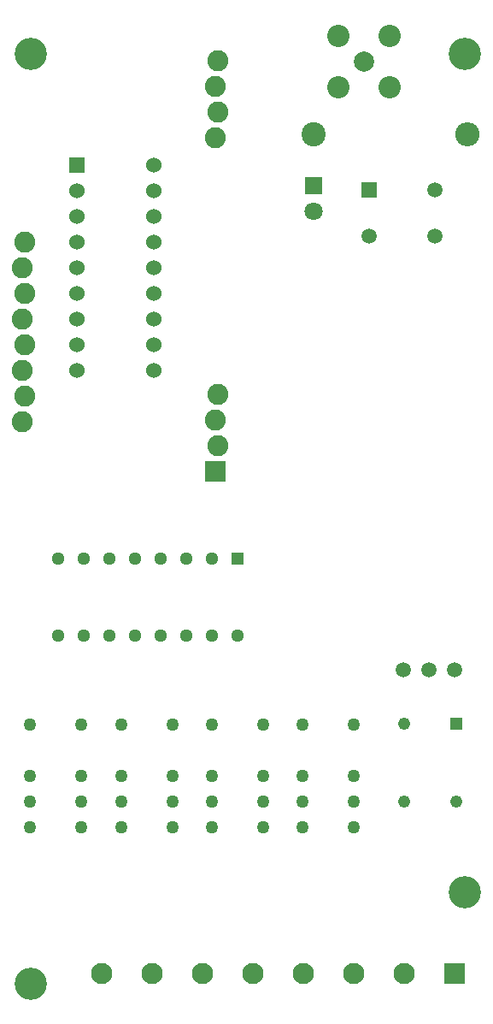
<source format=gbs>
G04 #@! TF.GenerationSoftware,KiCad,Pcbnew,(5.1.7)-1*
G04 #@! TF.CreationDate,2021-01-27T13:10:38-08:00*
G04 #@! TF.ProjectId,rx,72782e6b-6963-4616-945f-706362585858,rev?*
G04 #@! TF.SameCoordinates,Original*
G04 #@! TF.FileFunction,Soldermask,Bot*
G04 #@! TF.FilePolarity,Negative*
%FSLAX46Y46*%
G04 Gerber Fmt 4.6, Leading zero omitted, Abs format (unit mm)*
G04 Created by KiCad (PCBNEW (5.1.7)-1) date 2021-01-27 13:10:38*
%MOMM*%
%LPD*%
G01*
G04 APERTURE LIST*
%ADD10C,3.200000*%
%ADD11C,1.524000*%
%ADD12R,1.524000X1.524000*%
%ADD13R,1.295400X1.295400*%
%ADD14C,1.295400*%
%ADD15C,1.498600*%
%ADD16R,1.498600X1.498600*%
%ADD17C,2.400000*%
%ADD18O,2.400000X2.400000*%
%ADD19C,2.082800*%
%ADD20C,1.270000*%
%ADD21C,2.209800*%
%ADD22C,2.006600*%
%ADD23C,2.100000*%
%ADD24R,2.100000X2.100000*%
%ADD25C,1.210000*%
%ADD26R,1.210000X1.210000*%
%ADD27R,1.800000X1.800000*%
%ADD28C,1.800000*%
G04 APERTURE END LIST*
D10*
X160000000Y-136000000D03*
X117000000Y-145000000D03*
X160000000Y-53000000D03*
X117000000Y-53000000D03*
D11*
X129120000Y-64000000D03*
X129120000Y-66540000D03*
X129120000Y-69080000D03*
X129120000Y-71620000D03*
X129120000Y-74160000D03*
X129120000Y-76700000D03*
X129120000Y-79240000D03*
X129120000Y-81780000D03*
X129120000Y-84320000D03*
X121500000Y-84320000D03*
X121500000Y-81780000D03*
X121500000Y-79240000D03*
X121500000Y-76700000D03*
X121500000Y-74160000D03*
X121500000Y-71620000D03*
X121500000Y-69080000D03*
X121500000Y-66540000D03*
D12*
X121500000Y-64000000D03*
D13*
X137440000Y-102980000D03*
D14*
X134900000Y-102980000D03*
X132360000Y-102980000D03*
X129820000Y-102980000D03*
X127280000Y-102980000D03*
X124740000Y-102980000D03*
X122200000Y-102980000D03*
X119660000Y-102980000D03*
X119660000Y-110600000D03*
X122200000Y-110600000D03*
X124740000Y-110600000D03*
X127280000Y-110600000D03*
X129820000Y-110600000D03*
X132360000Y-110600000D03*
X134900000Y-110600000D03*
X137440000Y-110600000D03*
D15*
X157000001Y-66499999D03*
X157000001Y-71000000D03*
X150499999Y-71000000D03*
D16*
X150499999Y-66499999D03*
D17*
X145000000Y-61000000D03*
D18*
X160240000Y-61000000D03*
D19*
X135500000Y-86700000D03*
X135246000Y-61300000D03*
X135500000Y-53680000D03*
X135500000Y-91780000D03*
X135246000Y-89240000D03*
G36*
G01*
X136185800Y-95361400D02*
X134306200Y-95361400D01*
G75*
G02*
X134204600Y-95259800I0J101600D01*
G01*
X134204600Y-93380200D01*
G75*
G02*
X134306200Y-93278600I101600J0D01*
G01*
X136185800Y-93278600D01*
G75*
G02*
X136287400Y-93380200I0J-101600D01*
G01*
X136287400Y-95259800D01*
G75*
G02*
X136185800Y-95361400I-101600J0D01*
G01*
G37*
X135500000Y-58760000D03*
X135246000Y-56220000D03*
D20*
X143920000Y-119380000D03*
X143920000Y-124460000D03*
X143920000Y-127000000D03*
X143920000Y-129540000D03*
X149000000Y-129540000D03*
X149000000Y-127000000D03*
X149000000Y-124460000D03*
X149000000Y-119380000D03*
X134920000Y-119380000D03*
X134920000Y-124460000D03*
X134920000Y-127000000D03*
X134920000Y-129540000D03*
X140000000Y-129540000D03*
X140000000Y-127000000D03*
X140000000Y-124460000D03*
X140000000Y-119380000D03*
X125920000Y-119380000D03*
X125920000Y-124460000D03*
X125920000Y-127000000D03*
X125920000Y-129540000D03*
X131000000Y-129540000D03*
X131000000Y-127000000D03*
X131000000Y-124460000D03*
X131000000Y-119380000D03*
X116920000Y-119380000D03*
X116920000Y-124460000D03*
X116920000Y-127000000D03*
X116920000Y-129540000D03*
X122000000Y-129540000D03*
X122000000Y-127000000D03*
X122000000Y-124460000D03*
X122000000Y-119380000D03*
D21*
X152540000Y-51210000D03*
X152540000Y-56290000D03*
X147460000Y-56290000D03*
X147460000Y-51210000D03*
D22*
X150000000Y-53750000D03*
D19*
X116123000Y-89380000D03*
X116377000Y-86840000D03*
X116123000Y-84300000D03*
X116377000Y-81760000D03*
X116123000Y-79220000D03*
X116377000Y-76680000D03*
X116123000Y-74140000D03*
X116377000Y-71600000D03*
D15*
X153920000Y-114000000D03*
X156460000Y-114000000D03*
X159000000Y-114000000D03*
D23*
X124000000Y-144000000D03*
X129000000Y-144000000D03*
X134000000Y-144000000D03*
X139000000Y-144000000D03*
X144000000Y-144000000D03*
X149000000Y-144000000D03*
X154000000Y-144000000D03*
D24*
X159000000Y-144000000D03*
D25*
X159100000Y-127000000D03*
X154000000Y-127000000D03*
X154000000Y-119300000D03*
D26*
X159100000Y-119300000D03*
D27*
X145000000Y-66000000D03*
D28*
X145000000Y-68540000D03*
M02*

</source>
